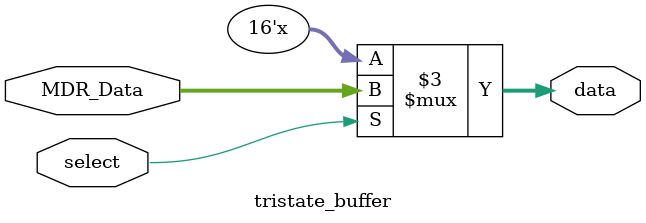
<source format=sv>
module tristate_buffer(input [15:0] MDR_Data, input select, output [15:0] data);

always_comb
begin
	if(select)
		data <= MDR_Data;
	else
		data <= 16'bz;
end	
endmodule
</source>
